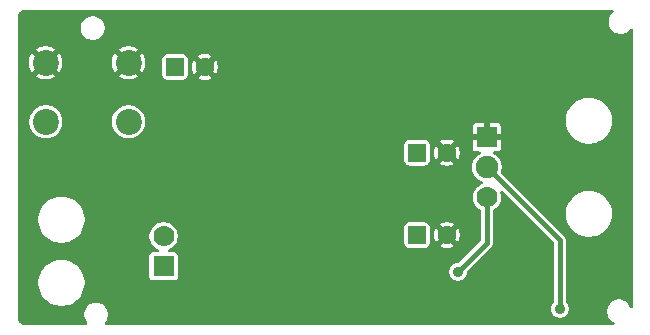
<source format=gbl>
%TF.GenerationSoftware,KiCad,Pcbnew,9.0.7-9.0.7~ubuntu24.04.1*%
%TF.CreationDate,2026-01-03T17:13:33-08:00*%
%TF.ProjectId,BeamBreak-v1,4265616d-4272-4656-916b-2d76312e6b69,1*%
%TF.SameCoordinates,Original*%
%TF.FileFunction,Copper,L2,Bot*%
%TF.FilePolarity,Positive*%
%FSLAX46Y46*%
G04 Gerber Fmt 4.6, Leading zero omitted, Abs format (unit mm)*
G04 Created by KiCad (PCBNEW 9.0.7-9.0.7~ubuntu24.04.1) date 2026-01-03 17:13:33*
%MOMM*%
%LPD*%
G01*
G04 APERTURE LIST*
G04 Aperture macros list*
%AMRoundRect*
0 Rectangle with rounded corners*
0 $1 Rounding radius*
0 $2 $3 $4 $5 $6 $7 $8 $9 X,Y pos of 4 corners*
0 Add a 4 corners polygon primitive as box body*
4,1,4,$2,$3,$4,$5,$6,$7,$8,$9,$2,$3,0*
0 Add four circle primitives for the rounded corners*
1,1,$1+$1,$2,$3*
1,1,$1+$1,$4,$5*
1,1,$1+$1,$6,$7*
1,1,$1+$1,$8,$9*
0 Add four rect primitives between the rounded corners*
20,1,$1+$1,$2,$3,$4,$5,0*
20,1,$1+$1,$4,$5,$6,$7,0*
20,1,$1+$1,$6,$7,$8,$9,0*
20,1,$1+$1,$8,$9,$2,$3,0*%
G04 Aperture macros list end*
%TA.AperFunction,ComponentPad*%
%ADD10RoundRect,0.250000X-0.550000X-0.550000X0.550000X-0.550000X0.550000X0.550000X-0.550000X0.550000X0*%
%TD*%
%TA.AperFunction,ComponentPad*%
%ADD11C,1.600000*%
%TD*%
%TA.AperFunction,ComponentPad*%
%ADD12C,2.200000*%
%TD*%
%TA.AperFunction,ComponentPad*%
%ADD13R,1.778000X1.778000*%
%TD*%
%TA.AperFunction,ComponentPad*%
%ADD14C,1.778000*%
%TD*%
%TA.AperFunction,ComponentPad*%
%ADD15C,1.905000*%
%TD*%
%TA.AperFunction,ViaPad*%
%ADD16C,0.889000*%
%TD*%
%TA.AperFunction,Conductor*%
%ADD17C,0.381000*%
%TD*%
G04 APERTURE END LIST*
D10*
%TO.P,C7,1*%
%TO.N,Net-(D3-K)*%
X197243379Y-115483400D03*
D11*
%TO.P,C7,2*%
%TO.N,GND*%
X199743379Y-115483400D03*
%TD*%
D12*
%TO.P,J1,1,Pin_1*%
%TO.N,GND*%
X172806000Y-100878000D03*
X165780600Y-100878000D03*
%TO.P,J1,2,Pin_2*%
%TO.N,/Power Supply/DCIN*%
X172806000Y-105878000D03*
X165806000Y-105878000D03*
%TD*%
D10*
%TO.P,C2,1*%
%TO.N,/Power Supply/DCDC_IN*%
X176744620Y-101244400D03*
D11*
%TO.P,C2,2*%
%TO.N,GND*%
X179244620Y-101244400D03*
%TD*%
D10*
%TO.P,C6,1*%
%TO.N,Net-(D3-K)*%
X197242420Y-108483400D03*
D11*
%TO.P,C6,2*%
%TO.N,GND*%
X199742420Y-108483400D03*
%TD*%
D13*
%TO.P,J3,1,Pin_1*%
%TO.N,/GND_RIO*%
X175773500Y-118110000D03*
D14*
%TO.P,J3,2,Pin_2*%
%TO.N,/DIO_RIO*%
X175773500Y-115570000D03*
%TD*%
D13*
%TO.P,J2,1,Pin_1*%
%TO.N,GND*%
X203149200Y-107188000D03*
D15*
%TO.P,J2,2,Pin_2*%
%TO.N,+12V*%
X203149200Y-109728000D03*
D14*
%TO.P,J2,3,Pin_3*%
%TO.N,/SIG*%
X203149200Y-112268000D03*
%TD*%
D16*
%TO.N,GND*%
X191922400Y-105664000D03*
X194894200Y-118897400D03*
X209804000Y-101473000D03*
X189433200Y-102183724D03*
X182118000Y-108610400D03*
X182118000Y-111353600D03*
X203581000Y-98145600D03*
X185521600Y-97078800D03*
X194081400Y-100076000D03*
%TO.N,+12V*%
X209321400Y-121717800D03*
%TO.N,/SIG*%
X200710800Y-118567200D03*
%TD*%
D17*
%TO.N,+12V*%
X209321400Y-121717800D02*
X209321400Y-115900200D01*
X209321400Y-115900200D02*
X203149200Y-109728000D01*
%TO.N,/SIG*%
X203149200Y-116128800D02*
X200710800Y-118567200D01*
X203149200Y-112268000D02*
X203149200Y-116128800D01*
%TD*%
%TA.AperFunction,Conductor*%
%TO.N,GND*%
G36*
X213860231Y-96413185D02*
G01*
X213905986Y-96465989D01*
X213915930Y-96535147D01*
X213886905Y-96598703D01*
X213862082Y-96620602D01*
X213811873Y-96654150D01*
X213811865Y-96654156D01*
X213671956Y-96794065D01*
X213671953Y-96794069D01*
X213562027Y-96958584D01*
X213562020Y-96958597D01*
X213486304Y-97141393D01*
X213486301Y-97141403D01*
X213447700Y-97335462D01*
X213447700Y-97335465D01*
X213447700Y-97533335D01*
X213447700Y-97533337D01*
X213447699Y-97533337D01*
X213486301Y-97727396D01*
X213486304Y-97727406D01*
X213562020Y-97910202D01*
X213562027Y-97910215D01*
X213671953Y-98074730D01*
X213671956Y-98074734D01*
X213811865Y-98214643D01*
X213811869Y-98214646D01*
X213976384Y-98324572D01*
X213976397Y-98324579D01*
X214159193Y-98400295D01*
X214159198Y-98400297D01*
X214159202Y-98400297D01*
X214159203Y-98400298D01*
X214353262Y-98438900D01*
X214353265Y-98438900D01*
X214551137Y-98438900D01*
X214681695Y-98412929D01*
X214745202Y-98400297D01*
X214928009Y-98324576D01*
X215092531Y-98214646D01*
X215232446Y-98074731D01*
X215242723Y-98059350D01*
X215265998Y-98024518D01*
X215319610Y-97979712D01*
X215388935Y-97971005D01*
X215451962Y-98001159D01*
X215488682Y-98060602D01*
X215493100Y-98093408D01*
X215493100Y-121491286D01*
X215473415Y-121558325D01*
X215420611Y-121604080D01*
X215351453Y-121614024D01*
X215287897Y-121584999D01*
X215254539Y-121538738D01*
X215215379Y-121444197D01*
X215215372Y-121444184D01*
X215105446Y-121279669D01*
X215105443Y-121279665D01*
X214965534Y-121139756D01*
X214965530Y-121139753D01*
X214801015Y-121029827D01*
X214801002Y-121029820D01*
X214618206Y-120954104D01*
X214618196Y-120954101D01*
X214424137Y-120915500D01*
X214424135Y-120915500D01*
X214226265Y-120915500D01*
X214226263Y-120915500D01*
X214032203Y-120954101D01*
X214032193Y-120954104D01*
X213849397Y-121029820D01*
X213849384Y-121029827D01*
X213684869Y-121139753D01*
X213684865Y-121139756D01*
X213544956Y-121279665D01*
X213544953Y-121279669D01*
X213435027Y-121444184D01*
X213435020Y-121444197D01*
X213359304Y-121626993D01*
X213359301Y-121627003D01*
X213320700Y-121821062D01*
X213320700Y-121821065D01*
X213320700Y-122018935D01*
X213320700Y-122018937D01*
X213320699Y-122018937D01*
X213359301Y-122212996D01*
X213359304Y-122213006D01*
X213435020Y-122395802D01*
X213435027Y-122395815D01*
X213544953Y-122560330D01*
X213544956Y-122560334D01*
X213684865Y-122700243D01*
X213684869Y-122700246D01*
X213849384Y-122810172D01*
X213849397Y-122810179D01*
X213882617Y-122823939D01*
X213937021Y-122867779D01*
X213959086Y-122934073D01*
X213941807Y-123001773D01*
X213890670Y-123049384D01*
X213835165Y-123062500D01*
X170909840Y-123062500D01*
X170842801Y-123042815D01*
X170797046Y-122990011D01*
X170787102Y-122920853D01*
X170816127Y-122857297D01*
X170822159Y-122850819D01*
X170833243Y-122839734D01*
X170833246Y-122839731D01*
X170943176Y-122675209D01*
X171018897Y-122492402D01*
X171056918Y-122301261D01*
X171057500Y-122298337D01*
X171057500Y-122100462D01*
X171018898Y-121906403D01*
X171018897Y-121906402D01*
X171018897Y-121906398D01*
X170983550Y-121821062D01*
X170943179Y-121723597D01*
X170943172Y-121723584D01*
X170833246Y-121559069D01*
X170833243Y-121559065D01*
X170693334Y-121419156D01*
X170693330Y-121419153D01*
X170528815Y-121309227D01*
X170528802Y-121309220D01*
X170346006Y-121233504D01*
X170345996Y-121233501D01*
X170151937Y-121194900D01*
X170151935Y-121194900D01*
X169954065Y-121194900D01*
X169954063Y-121194900D01*
X169760003Y-121233501D01*
X169759993Y-121233504D01*
X169577197Y-121309220D01*
X169577184Y-121309227D01*
X169412669Y-121419153D01*
X169412665Y-121419156D01*
X169272756Y-121559065D01*
X169272753Y-121559069D01*
X169162827Y-121723584D01*
X169162820Y-121723597D01*
X169087104Y-121906393D01*
X169087101Y-121906403D01*
X169048500Y-122100462D01*
X169048500Y-122100465D01*
X169048500Y-122298335D01*
X169048500Y-122298337D01*
X169048499Y-122298337D01*
X169087101Y-122492396D01*
X169087104Y-122492406D01*
X169162820Y-122675202D01*
X169162827Y-122675215D01*
X169272753Y-122839730D01*
X169272756Y-122839734D01*
X169283841Y-122850819D01*
X169317326Y-122912142D01*
X169312342Y-122981834D01*
X169270470Y-123037767D01*
X169205006Y-123062184D01*
X169196160Y-123062500D01*
X164065560Y-123062500D01*
X164051678Y-123061720D01*
X164004931Y-123056453D01*
X163931293Y-123048156D01*
X163904227Y-123041979D01*
X163796482Y-123004277D01*
X163771473Y-122992233D01*
X163674824Y-122931504D01*
X163653115Y-122914191D01*
X163572408Y-122833484D01*
X163555095Y-122811775D01*
X163554092Y-122810179D01*
X163494364Y-122715123D01*
X163482323Y-122690121D01*
X163444618Y-122582365D01*
X163438444Y-122555309D01*
X163424880Y-122434922D01*
X163424100Y-122421039D01*
X163424100Y-119381901D01*
X165179000Y-119381901D01*
X165179000Y-119638098D01*
X165179001Y-119638114D01*
X165212441Y-119892120D01*
X165278753Y-120139600D01*
X165376795Y-120376296D01*
X165376802Y-120376311D01*
X165504904Y-120598191D01*
X165660874Y-120801455D01*
X165660880Y-120801462D01*
X165842037Y-120982619D01*
X165842044Y-120982625D01*
X166045308Y-121138595D01*
X166267188Y-121266697D01*
X166267203Y-121266704D01*
X166389610Y-121317406D01*
X166503898Y-121364746D01*
X166751378Y-121431058D01*
X167005395Y-121464500D01*
X167005402Y-121464500D01*
X167261598Y-121464500D01*
X167261605Y-121464500D01*
X167515622Y-121431058D01*
X167763102Y-121364746D01*
X167999808Y-121266699D01*
X168221692Y-121138595D01*
X168424957Y-120982624D01*
X168606124Y-120801457D01*
X168762095Y-120598192D01*
X168890199Y-120376308D01*
X168988246Y-120139602D01*
X169054558Y-119892122D01*
X169088000Y-119638105D01*
X169088000Y-119381895D01*
X169054558Y-119127878D01*
X168988246Y-118880398D01*
X168890199Y-118643692D01*
X168888675Y-118641053D01*
X168762095Y-118421808D01*
X168606125Y-118218544D01*
X168606119Y-118218537D01*
X168424962Y-118037380D01*
X168424955Y-118037374D01*
X168221691Y-117881404D01*
X167999811Y-117753302D01*
X167999796Y-117753295D01*
X167763100Y-117655253D01*
X167515620Y-117588941D01*
X167261614Y-117555501D01*
X167261611Y-117555500D01*
X167261605Y-117555500D01*
X167005395Y-117555500D01*
X167005389Y-117555500D01*
X167005385Y-117555501D01*
X166751379Y-117588941D01*
X166503899Y-117655253D01*
X166267203Y-117753295D01*
X166267188Y-117753302D01*
X166045308Y-117881404D01*
X165842044Y-118037374D01*
X165842037Y-118037380D01*
X165660880Y-118218537D01*
X165660874Y-118218544D01*
X165504904Y-118421808D01*
X165376802Y-118643688D01*
X165376795Y-118643703D01*
X165278753Y-118880399D01*
X165212441Y-119127879D01*
X165179001Y-119381885D01*
X165179000Y-119381901D01*
X163424100Y-119381901D01*
X163424100Y-114041901D01*
X165179000Y-114041901D01*
X165179000Y-114298098D01*
X165179001Y-114298114D01*
X165212441Y-114552120D01*
X165278753Y-114799600D01*
X165376795Y-115036296D01*
X165376802Y-115036311D01*
X165504904Y-115258191D01*
X165660874Y-115461455D01*
X165660880Y-115461462D01*
X165842037Y-115642619D01*
X165842044Y-115642625D01*
X166045308Y-115798595D01*
X166267188Y-115926697D01*
X166267203Y-115926704D01*
X166297152Y-115939109D01*
X166503898Y-116024746D01*
X166751378Y-116091058D01*
X167005395Y-116124500D01*
X167005402Y-116124500D01*
X167261598Y-116124500D01*
X167261605Y-116124500D01*
X167515622Y-116091058D01*
X167763102Y-116024746D01*
X167999808Y-115926699D01*
X168221692Y-115798595D01*
X168424957Y-115642624D01*
X168591574Y-115476007D01*
X174579200Y-115476007D01*
X174579200Y-115663992D01*
X174608608Y-115849667D01*
X174608608Y-115849670D01*
X174666697Y-116028449D01*
X174718731Y-116130572D01*
X174752043Y-116195950D01*
X174862539Y-116348034D01*
X174995466Y-116480961D01*
X175147550Y-116591457D01*
X175228166Y-116632533D01*
X175315045Y-116676800D01*
X175315857Y-116677136D01*
X175316118Y-116677346D01*
X175319389Y-116679013D01*
X175319038Y-116679699D01*
X175370263Y-116720974D01*
X175392332Y-116787267D01*
X175375057Y-116854967D01*
X175323922Y-116902581D01*
X175268411Y-116915700D01*
X174838928Y-116915700D01*
X174838905Y-116915702D01*
X174813393Y-116918661D01*
X174813390Y-116918662D01*
X174708975Y-116964765D01*
X174628266Y-117045474D01*
X174582162Y-117149888D01*
X174582162Y-117149890D01*
X174579200Y-117175419D01*
X174579200Y-119044571D01*
X174579202Y-119044594D01*
X174582161Y-119070106D01*
X174582162Y-119070109D01*
X174628265Y-119174524D01*
X174628266Y-119174525D01*
X174708975Y-119255234D01*
X174813391Y-119301338D01*
X174838921Y-119304300D01*
X176708078Y-119304299D01*
X176733609Y-119301338D01*
X176838025Y-119255234D01*
X176918734Y-119174525D01*
X176964838Y-119070109D01*
X176967800Y-119044579D01*
X176967799Y-118493346D01*
X199961000Y-118493346D01*
X199961000Y-118641053D01*
X199989812Y-118785901D01*
X199989814Y-118785909D01*
X200046334Y-118922360D01*
X200046339Y-118922370D01*
X200128391Y-119045169D01*
X200128394Y-119045173D01*
X200232826Y-119149605D01*
X200232830Y-119149608D01*
X200355629Y-119231660D01*
X200355633Y-119231662D01*
X200355636Y-119231664D01*
X200492091Y-119288186D01*
X200636946Y-119316999D01*
X200636950Y-119317000D01*
X200636951Y-119317000D01*
X200784650Y-119317000D01*
X200784651Y-119316999D01*
X200929509Y-119288186D01*
X201065964Y-119231664D01*
X201188770Y-119149608D01*
X201293208Y-119045170D01*
X201375264Y-118922364D01*
X201431786Y-118785909D01*
X201460600Y-118641049D01*
X201460600Y-118569929D01*
X201480285Y-118502890D01*
X201496919Y-118482248D01*
X203545935Y-116433232D01*
X203545938Y-116433229D01*
X203567433Y-116396000D01*
X203611212Y-116320172D01*
X203617437Y-116296939D01*
X203645000Y-116194074D01*
X203645000Y-116063527D01*
X203645000Y-113431758D01*
X203664685Y-113364719D01*
X203712704Y-113321274D01*
X203775150Y-113289457D01*
X203927234Y-113178961D01*
X204060161Y-113046034D01*
X204170657Y-112893950D01*
X204256001Y-112726452D01*
X204265449Y-112697374D01*
X204314091Y-112547670D01*
X204314091Y-112547669D01*
X204314092Y-112547666D01*
X204343500Y-112361993D01*
X204343500Y-112174007D01*
X204314092Y-111988334D01*
X204314091Y-111988330D01*
X204314091Y-111988329D01*
X204283933Y-111895512D01*
X204281938Y-111825671D01*
X204318018Y-111765838D01*
X204380719Y-111735010D01*
X204450134Y-111742975D01*
X204489545Y-111769513D01*
X208789281Y-116069249D01*
X208822766Y-116130572D01*
X208825600Y-116156930D01*
X208825600Y-121101859D01*
X208805915Y-121168898D01*
X208789281Y-121189540D01*
X208738994Y-121239826D01*
X208738991Y-121239830D01*
X208656939Y-121362629D01*
X208656934Y-121362639D01*
X208600414Y-121499090D01*
X208600412Y-121499098D01*
X208571600Y-121643946D01*
X208571600Y-121791653D01*
X208600412Y-121936501D01*
X208600414Y-121936509D01*
X208656934Y-122072960D01*
X208656939Y-122072970D01*
X208738991Y-122195769D01*
X208738994Y-122195773D01*
X208843426Y-122300205D01*
X208843430Y-122300208D01*
X208966229Y-122382260D01*
X208966233Y-122382262D01*
X208966236Y-122382264D01*
X209102691Y-122438786D01*
X209247546Y-122467599D01*
X209247550Y-122467600D01*
X209247551Y-122467600D01*
X209395250Y-122467600D01*
X209395251Y-122467599D01*
X209540109Y-122438786D01*
X209676564Y-122382264D01*
X209799370Y-122300208D01*
X209903808Y-122195770D01*
X209985864Y-122072964D01*
X210042386Y-121936509D01*
X210071200Y-121791649D01*
X210071200Y-121643951D01*
X210042386Y-121499091D01*
X209985864Y-121362636D01*
X209985862Y-121362633D01*
X209985860Y-121362629D01*
X209903808Y-121239830D01*
X209903805Y-121239826D01*
X209853519Y-121189540D01*
X209820034Y-121128217D01*
X209817200Y-121101859D01*
X209817200Y-115834927D01*
X209812526Y-115817485D01*
X209800306Y-115771877D01*
X209783412Y-115708828D01*
X209739633Y-115633000D01*
X209718139Y-115595771D01*
X207662269Y-113539901D01*
X209834700Y-113539901D01*
X209834700Y-113796098D01*
X209834701Y-113796114D01*
X209868141Y-114050120D01*
X209934453Y-114297600D01*
X210032495Y-114534296D01*
X210032502Y-114534311D01*
X210160604Y-114756191D01*
X210316574Y-114959455D01*
X210316580Y-114959462D01*
X210497737Y-115140619D01*
X210497744Y-115140625D01*
X210701008Y-115296595D01*
X210922888Y-115424697D01*
X210922903Y-115424704D01*
X211045310Y-115475406D01*
X211159598Y-115522746D01*
X211407078Y-115589058D01*
X211661095Y-115622500D01*
X211661102Y-115622500D01*
X211917298Y-115622500D01*
X211917305Y-115622500D01*
X212171322Y-115589058D01*
X212418802Y-115522746D01*
X212655508Y-115424699D01*
X212877392Y-115296595D01*
X213080657Y-115140624D01*
X213261824Y-114959457D01*
X213417795Y-114756192D01*
X213545899Y-114534308D01*
X213643946Y-114297602D01*
X213710258Y-114050122D01*
X213743700Y-113796105D01*
X213743700Y-113539895D01*
X213710258Y-113285878D01*
X213643946Y-113038398D01*
X213545899Y-112801692D01*
X213502459Y-112726452D01*
X213417795Y-112579808D01*
X213261825Y-112376544D01*
X213261819Y-112376537D01*
X213080662Y-112195380D01*
X213080655Y-112195374D01*
X212877391Y-112039404D01*
X212655511Y-111911302D01*
X212655496Y-111911295D01*
X212418800Y-111813253D01*
X212171320Y-111746941D01*
X211917314Y-111713501D01*
X211917311Y-111713500D01*
X211917305Y-111713500D01*
X211661095Y-111713500D01*
X211661089Y-111713500D01*
X211661085Y-111713501D01*
X211407079Y-111746941D01*
X211159599Y-111813253D01*
X210922903Y-111911295D01*
X210922888Y-111911302D01*
X210701008Y-112039404D01*
X210497744Y-112195374D01*
X210497737Y-112195380D01*
X210316580Y-112376537D01*
X210316574Y-112376544D01*
X210160604Y-112579808D01*
X210032502Y-112801688D01*
X210032495Y-112801703D01*
X209934453Y-113038399D01*
X209868141Y-113285879D01*
X209834701Y-113539885D01*
X209834700Y-113539901D01*
X207662269Y-113539901D01*
X204373079Y-110250711D01*
X204339594Y-110189388D01*
X204342829Y-110124712D01*
X204376028Y-110022535D01*
X204407000Y-109826989D01*
X204407000Y-109629010D01*
X204407000Y-109629009D01*
X204376028Y-109433465D01*
X204335301Y-109308119D01*
X204314850Y-109245175D01*
X204314848Y-109245172D01*
X204229098Y-109076876D01*
X204224967Y-109068769D01*
X204108596Y-108908599D01*
X203968601Y-108768604D01*
X203808431Y-108652233D01*
X203737877Y-108616284D01*
X203687081Y-108568309D01*
X203670286Y-108500488D01*
X203692823Y-108434353D01*
X203747539Y-108390902D01*
X203794172Y-108381799D01*
X204083704Y-108381799D01*
X204083713Y-108381798D01*
X204109193Y-108378843D01*
X204213438Y-108332814D01*
X204294014Y-108252238D01*
X204340043Y-108147995D01*
X204342999Y-108122516D01*
X204343000Y-108122510D01*
X204343000Y-107438000D01*
X203620780Y-107438000D01*
X203646250Y-107393885D01*
X203682600Y-107258223D01*
X203682600Y-107117777D01*
X203646250Y-106982115D01*
X203620780Y-106938000D01*
X204342999Y-106938000D01*
X204342999Y-106253495D01*
X204342998Y-106253486D01*
X204340043Y-106228006D01*
X204294014Y-106123761D01*
X204213438Y-106043185D01*
X204109194Y-105997156D01*
X204109196Y-105997156D01*
X204083716Y-105994200D01*
X203399200Y-105994200D01*
X203399200Y-106716420D01*
X203355085Y-106690950D01*
X203219423Y-106654600D01*
X203078977Y-106654600D01*
X202943315Y-106690950D01*
X202899200Y-106716420D01*
X202899200Y-105994200D01*
X202214695Y-105994200D01*
X202214686Y-105994201D01*
X202189206Y-105997156D01*
X202084961Y-106043185D01*
X202004385Y-106123761D01*
X201958356Y-106228004D01*
X201955400Y-106253483D01*
X201955400Y-106938000D01*
X202677620Y-106938000D01*
X202652150Y-106982115D01*
X202615800Y-107117777D01*
X202615800Y-107258223D01*
X202652150Y-107393885D01*
X202677620Y-107438000D01*
X201955401Y-107438000D01*
X201955401Y-108122513D01*
X201958356Y-108147993D01*
X202004385Y-108252238D01*
X202084961Y-108332814D01*
X202189205Y-108378843D01*
X202189203Y-108378843D01*
X202214686Y-108381799D01*
X202504226Y-108381799D01*
X202571265Y-108401483D01*
X202617020Y-108454287D01*
X202626964Y-108523446D01*
X202597939Y-108587001D01*
X202560522Y-108616283D01*
X202489971Y-108652231D01*
X202409884Y-108710418D01*
X202329799Y-108768604D01*
X202329797Y-108768606D01*
X202329796Y-108768606D01*
X202189806Y-108908596D01*
X202189806Y-108908597D01*
X202189804Y-108908599D01*
X202139827Y-108977385D01*
X202073433Y-109068768D01*
X201983551Y-109245172D01*
X201983549Y-109245175D01*
X201922372Y-109433463D01*
X201901724Y-109563827D01*
X201897785Y-109588700D01*
X201891400Y-109629010D01*
X201891400Y-109826989D01*
X201922372Y-110022536D01*
X201983549Y-110210824D01*
X201983551Y-110210827D01*
X202073433Y-110387231D01*
X202189804Y-110547401D01*
X202329799Y-110687396D01*
X202489969Y-110803767D01*
X202666373Y-110893649D01*
X202666375Y-110893649D01*
X202666378Y-110893651D01*
X202727321Y-110913452D01*
X202784997Y-110952888D01*
X202812196Y-111017247D01*
X202800282Y-111086093D01*
X202753039Y-111137569D01*
X202727324Y-111149313D01*
X202690753Y-111161196D01*
X202523249Y-111246543D01*
X202436479Y-111309585D01*
X202371166Y-111357039D01*
X202371164Y-111357041D01*
X202371163Y-111357041D01*
X202238241Y-111489963D01*
X202238241Y-111489964D01*
X202238239Y-111489966D01*
X202190785Y-111555279D01*
X202127743Y-111642049D01*
X202042397Y-111809550D01*
X201984308Y-111988329D01*
X201984308Y-111988332D01*
X201984308Y-111988334D01*
X201954900Y-112174007D01*
X201954900Y-112361993D01*
X201963027Y-112413302D01*
X201984308Y-112547667D01*
X201984308Y-112547670D01*
X202042397Y-112726449D01*
X202042399Y-112726452D01*
X202127743Y-112893950D01*
X202238239Y-113046034D01*
X202371166Y-113178961D01*
X202457022Y-113241340D01*
X202523245Y-113289454D01*
X202523247Y-113289455D01*
X202523250Y-113289457D01*
X202585695Y-113321273D01*
X202636490Y-113369247D01*
X202653400Y-113431758D01*
X202653400Y-115872070D01*
X202633715Y-115939109D01*
X202617081Y-115959751D01*
X200795751Y-117781081D01*
X200734428Y-117814566D01*
X200708070Y-117817400D01*
X200636946Y-117817400D01*
X200492098Y-117846212D01*
X200492090Y-117846214D01*
X200355639Y-117902734D01*
X200355629Y-117902739D01*
X200232830Y-117984791D01*
X200232826Y-117984794D01*
X200128394Y-118089226D01*
X200128391Y-118089230D01*
X200046339Y-118212029D01*
X200046334Y-118212039D01*
X199989814Y-118348490D01*
X199989812Y-118348498D01*
X199961000Y-118493346D01*
X176967799Y-118493346D01*
X176967799Y-118089230D01*
X176967799Y-117175428D01*
X176967799Y-117175422D01*
X176964838Y-117149891D01*
X176918734Y-117045475D01*
X176838025Y-116964766D01*
X176838023Y-116964765D01*
X176733610Y-116918662D01*
X176708080Y-116915700D01*
X176278589Y-116915700D01*
X176211550Y-116896015D01*
X176165795Y-116843211D01*
X176155851Y-116774053D01*
X176184876Y-116710497D01*
X176227860Y-116679502D01*
X176227611Y-116679013D01*
X176230777Y-116677399D01*
X176231143Y-116677136D01*
X176231954Y-116676800D01*
X176235084Y-116675205D01*
X176399450Y-116591457D01*
X176551534Y-116480961D01*
X176684461Y-116348034D01*
X176794957Y-116195950D01*
X176880301Y-116028452D01*
X176938392Y-115849666D01*
X176967800Y-115663993D01*
X176967800Y-115476007D01*
X176938392Y-115290334D01*
X176938391Y-115290330D01*
X176938391Y-115290329D01*
X176880302Y-115111550D01*
X176794957Y-114944050D01*
X176794956Y-114944049D01*
X176755632Y-114889924D01*
X196138079Y-114889924D01*
X196138079Y-116076876D01*
X196141525Y-116105568D01*
X196148794Y-116166109D01*
X196148795Y-116166111D01*
X196200387Y-116296940D01*
X196204796Y-116308119D01*
X196297030Y-116429748D01*
X196364561Y-116480958D01*
X196418662Y-116521984D01*
X196560668Y-116577984D01*
X196649903Y-116588700D01*
X196649909Y-116588700D01*
X197836849Y-116588700D01*
X197836855Y-116588700D01*
X197926090Y-116577984D01*
X198068096Y-116521984D01*
X198189727Y-116429748D01*
X198281963Y-116308117D01*
X198337963Y-116166111D01*
X198348679Y-116076876D01*
X198348679Y-115396450D01*
X198638579Y-115396450D01*
X198638579Y-115570349D01*
X198665782Y-115742104D01*
X198719522Y-115907500D01*
X198798469Y-116062439D01*
X198798469Y-116062440D01*
X198803652Y-116069572D01*
X199343379Y-115529845D01*
X199343379Y-115536061D01*
X199370638Y-115637794D01*
X199423299Y-115729006D01*
X199497773Y-115803480D01*
X199588985Y-115856141D01*
X199690718Y-115883400D01*
X199696932Y-115883400D01*
X199157205Y-116423125D01*
X199164337Y-116428308D01*
X199319278Y-116507256D01*
X199484674Y-116560996D01*
X199484673Y-116560996D01*
X199656430Y-116588200D01*
X199830328Y-116588200D01*
X200002083Y-116560996D01*
X200167479Y-116507256D01*
X200322424Y-116428306D01*
X200329552Y-116423126D01*
X200329552Y-116423125D01*
X199789827Y-115883400D01*
X199796040Y-115883400D01*
X199897773Y-115856141D01*
X199988985Y-115803480D01*
X200063459Y-115729006D01*
X200116120Y-115637794D01*
X200143379Y-115536061D01*
X200143379Y-115529847D01*
X200683104Y-116069573D01*
X200683105Y-116069573D01*
X200688285Y-116062445D01*
X200767235Y-115907500D01*
X200820975Y-115742104D01*
X200848179Y-115570349D01*
X200848179Y-115396450D01*
X200820975Y-115224695D01*
X200767235Y-115059299D01*
X200688287Y-114904358D01*
X200683104Y-114897226D01*
X200143379Y-115436951D01*
X200143379Y-115430739D01*
X200116120Y-115329006D01*
X200063459Y-115237794D01*
X199988985Y-115163320D01*
X199897773Y-115110659D01*
X199796040Y-115083400D01*
X199789826Y-115083400D01*
X200329552Y-114543673D01*
X200322418Y-114538490D01*
X200167479Y-114459543D01*
X200002083Y-114405803D01*
X200002084Y-114405803D01*
X199830328Y-114378600D01*
X199656430Y-114378600D01*
X199484674Y-114405803D01*
X199319278Y-114459543D01*
X199164338Y-114538490D01*
X199164328Y-114538497D01*
X199157205Y-114543671D01*
X199157205Y-114543674D01*
X199696933Y-115083400D01*
X199690718Y-115083400D01*
X199588985Y-115110659D01*
X199497773Y-115163320D01*
X199423299Y-115237794D01*
X199370638Y-115329006D01*
X199343379Y-115430739D01*
X199343379Y-115436952D01*
X198803653Y-114897226D01*
X198803650Y-114897226D01*
X198798476Y-114904349D01*
X198798469Y-114904359D01*
X198719522Y-115059299D01*
X198665782Y-115224695D01*
X198638579Y-115396450D01*
X198348679Y-115396450D01*
X198348679Y-114889924D01*
X198337963Y-114800689D01*
X198281963Y-114658683D01*
X198281961Y-114658680D01*
X198189727Y-114537051D01*
X198068098Y-114444817D01*
X198068096Y-114444816D01*
X197967404Y-114405108D01*
X197926088Y-114388815D01*
X197880283Y-114383315D01*
X197836855Y-114378100D01*
X196649903Y-114378100D01*
X196609732Y-114382923D01*
X196560669Y-114388815D01*
X196418659Y-114444817D01*
X196297030Y-114537051D01*
X196204796Y-114658680D01*
X196148794Y-114800690D01*
X196142902Y-114849753D01*
X196138079Y-114889924D01*
X176755632Y-114889924D01*
X176684461Y-114791966D01*
X176551534Y-114659039D01*
X176399450Y-114548543D01*
X176371489Y-114534296D01*
X176231949Y-114463197D01*
X176053169Y-114405108D01*
X175913911Y-114383052D01*
X175867493Y-114375700D01*
X175679507Y-114375700D01*
X175617616Y-114385502D01*
X175493832Y-114405108D01*
X175493829Y-114405108D01*
X175315050Y-114463197D01*
X175147549Y-114548543D01*
X175060779Y-114611585D01*
X174995466Y-114659039D01*
X174995464Y-114659041D01*
X174995463Y-114659041D01*
X174862541Y-114791963D01*
X174862541Y-114791964D01*
X174862539Y-114791966D01*
X174856201Y-114800690D01*
X174752043Y-114944049D01*
X174666697Y-115111550D01*
X174608608Y-115290329D01*
X174608608Y-115290332D01*
X174579200Y-115476007D01*
X168591574Y-115476007D01*
X168606124Y-115461457D01*
X168762095Y-115258192D01*
X168890199Y-115036308D01*
X168988246Y-114799602D01*
X169054558Y-114552122D01*
X169088000Y-114298105D01*
X169088000Y-114041895D01*
X169054558Y-113787878D01*
X168988246Y-113540398D01*
X168911771Y-113355771D01*
X168890204Y-113303703D01*
X168890197Y-113303688D01*
X168762095Y-113081808D01*
X168606125Y-112878544D01*
X168606119Y-112878537D01*
X168424962Y-112697380D01*
X168424955Y-112697374D01*
X168221691Y-112541404D01*
X167999811Y-112413302D01*
X167999796Y-112413295D01*
X167763100Y-112315253D01*
X167515620Y-112248941D01*
X167261614Y-112215501D01*
X167261611Y-112215500D01*
X167261605Y-112215500D01*
X167005395Y-112215500D01*
X167005389Y-112215500D01*
X167005385Y-112215501D01*
X166751379Y-112248941D01*
X166503899Y-112315253D01*
X166267203Y-112413295D01*
X166267188Y-112413302D01*
X166045308Y-112541404D01*
X165842044Y-112697374D01*
X165842037Y-112697380D01*
X165660880Y-112878537D01*
X165660874Y-112878544D01*
X165504904Y-113081808D01*
X165376802Y-113303688D01*
X165376795Y-113303703D01*
X165278753Y-113540399D01*
X165212441Y-113787879D01*
X165179001Y-114041885D01*
X165179000Y-114041901D01*
X163424100Y-114041901D01*
X163424100Y-107889924D01*
X196137120Y-107889924D01*
X196137120Y-109076876D01*
X196142747Y-109123741D01*
X196147835Y-109166109D01*
X196203837Y-109308119D01*
X196296071Y-109429748D01*
X196398281Y-109507256D01*
X196417703Y-109521984D01*
X196559709Y-109577984D01*
X196648944Y-109588700D01*
X196648950Y-109588700D01*
X197835890Y-109588700D01*
X197835896Y-109588700D01*
X197925131Y-109577984D01*
X198067137Y-109521984D01*
X198188768Y-109429748D01*
X198281004Y-109308117D01*
X198337004Y-109166111D01*
X198347720Y-109076876D01*
X198347720Y-108396450D01*
X198637620Y-108396450D01*
X198637620Y-108570349D01*
X198664823Y-108742104D01*
X198718563Y-108907500D01*
X198797510Y-109062439D01*
X198797510Y-109062440D01*
X198802693Y-109069572D01*
X199342420Y-108529845D01*
X199342420Y-108536061D01*
X199369679Y-108637794D01*
X199422340Y-108729006D01*
X199496814Y-108803480D01*
X199588026Y-108856141D01*
X199689759Y-108883400D01*
X199695973Y-108883400D01*
X199156246Y-109423125D01*
X199163378Y-109428308D01*
X199318319Y-109507256D01*
X199483715Y-109560996D01*
X199483714Y-109560996D01*
X199655471Y-109588200D01*
X199829369Y-109588200D01*
X200001124Y-109560996D01*
X200166520Y-109507256D01*
X200321465Y-109428306D01*
X200328593Y-109423126D01*
X200328593Y-109423125D01*
X199788868Y-108883400D01*
X199795081Y-108883400D01*
X199896814Y-108856141D01*
X199988026Y-108803480D01*
X200062500Y-108729006D01*
X200115161Y-108637794D01*
X200142420Y-108536061D01*
X200142420Y-108529848D01*
X200682145Y-109069573D01*
X200682146Y-109069573D01*
X200687326Y-109062445D01*
X200766276Y-108907500D01*
X200820016Y-108742104D01*
X200847220Y-108570349D01*
X200847220Y-108396450D01*
X200820016Y-108224695D01*
X200766276Y-108059299D01*
X200687328Y-107904358D01*
X200682145Y-107897226D01*
X200142420Y-108436951D01*
X200142420Y-108430739D01*
X200115161Y-108329006D01*
X200062500Y-108237794D01*
X199988026Y-108163320D01*
X199896814Y-108110659D01*
X199795081Y-108083400D01*
X199788867Y-108083400D01*
X200328593Y-107543673D01*
X200321459Y-107538490D01*
X200166520Y-107459543D01*
X200001124Y-107405803D01*
X200001125Y-107405803D01*
X199829369Y-107378600D01*
X199655471Y-107378600D01*
X199483715Y-107405803D01*
X199318319Y-107459543D01*
X199163379Y-107538490D01*
X199163369Y-107538497D01*
X199156246Y-107543671D01*
X199156246Y-107543674D01*
X199695974Y-108083400D01*
X199689759Y-108083400D01*
X199588026Y-108110659D01*
X199496814Y-108163320D01*
X199422340Y-108237794D01*
X199369679Y-108329006D01*
X199342420Y-108430739D01*
X199342420Y-108436952D01*
X198802694Y-107897226D01*
X198802691Y-107897226D01*
X198797517Y-107904349D01*
X198797510Y-107904359D01*
X198718563Y-108059299D01*
X198664823Y-108224695D01*
X198637620Y-108396450D01*
X198347720Y-108396450D01*
X198347720Y-107889924D01*
X198337004Y-107800689D01*
X198281004Y-107658683D01*
X198268919Y-107642746D01*
X198188768Y-107537051D01*
X198067139Y-107444817D01*
X198067137Y-107444816D01*
X197968207Y-107405803D01*
X197925129Y-107388815D01*
X197879324Y-107383315D01*
X197835896Y-107378100D01*
X196648944Y-107378100D01*
X196608773Y-107382923D01*
X196559710Y-107388815D01*
X196417700Y-107444817D01*
X196296071Y-107537051D01*
X196203837Y-107658680D01*
X196147835Y-107800690D01*
X196141943Y-107849753D01*
X196137120Y-107889924D01*
X163424100Y-107889924D01*
X163424100Y-105767401D01*
X164400700Y-105767401D01*
X164400700Y-105988598D01*
X164435304Y-106207076D01*
X164435304Y-106207079D01*
X164503656Y-106417445D01*
X164503658Y-106417448D01*
X164604080Y-106614537D01*
X164734098Y-106793491D01*
X164890509Y-106949902D01*
X165069463Y-107079920D01*
X165266552Y-107180342D01*
X165266554Y-107180343D01*
X165462775Y-107244098D01*
X165476925Y-107248696D01*
X165695401Y-107283300D01*
X165695402Y-107283300D01*
X165916598Y-107283300D01*
X165916599Y-107283300D01*
X166135075Y-107248696D01*
X166135078Y-107248695D01*
X166135079Y-107248695D01*
X166345445Y-107180343D01*
X166345445Y-107180342D01*
X166345448Y-107180342D01*
X166542537Y-107079920D01*
X166721491Y-106949902D01*
X166877902Y-106793491D01*
X167007920Y-106614537D01*
X167108342Y-106417448D01*
X167108343Y-106417445D01*
X167176695Y-106207079D01*
X167176695Y-106207077D01*
X167176696Y-106207075D01*
X167211300Y-105988599D01*
X167211300Y-105767401D01*
X171400700Y-105767401D01*
X171400700Y-105988598D01*
X171435304Y-106207076D01*
X171435304Y-106207079D01*
X171503656Y-106417445D01*
X171503658Y-106417448D01*
X171604080Y-106614537D01*
X171734098Y-106793491D01*
X171890509Y-106949902D01*
X172069463Y-107079920D01*
X172266552Y-107180342D01*
X172266554Y-107180343D01*
X172462775Y-107244098D01*
X172476925Y-107248696D01*
X172695401Y-107283300D01*
X172695402Y-107283300D01*
X172916598Y-107283300D01*
X172916599Y-107283300D01*
X173135075Y-107248696D01*
X173135078Y-107248695D01*
X173135079Y-107248695D01*
X173345445Y-107180343D01*
X173345445Y-107180342D01*
X173345448Y-107180342D01*
X173542537Y-107079920D01*
X173721491Y-106949902D01*
X173877902Y-106793491D01*
X174007920Y-106614537D01*
X174108342Y-106417448D01*
X174108343Y-106417445D01*
X174175230Y-106211588D01*
X174175230Y-106211587D01*
X174175231Y-106211585D01*
X174175993Y-106209236D01*
X174176696Y-106207075D01*
X174211300Y-105988599D01*
X174211300Y-105767401D01*
X174194273Y-105659901D01*
X209834700Y-105659901D01*
X209834700Y-105916098D01*
X209834701Y-105916114D01*
X209868141Y-106170120D01*
X209934453Y-106417600D01*
X210032495Y-106654296D01*
X210032502Y-106654311D01*
X210160604Y-106876191D01*
X210316574Y-107079455D01*
X210316580Y-107079462D01*
X210497737Y-107260619D01*
X210497744Y-107260625D01*
X210701008Y-107416595D01*
X210922888Y-107544697D01*
X210922903Y-107544704D01*
X211045310Y-107595406D01*
X211159598Y-107642746D01*
X211407078Y-107709058D01*
X211661095Y-107742500D01*
X211661102Y-107742500D01*
X211917298Y-107742500D01*
X211917305Y-107742500D01*
X212171322Y-107709058D01*
X212418802Y-107642746D01*
X212655508Y-107544699D01*
X212877392Y-107416595D01*
X213080657Y-107260624D01*
X213261824Y-107079457D01*
X213417795Y-106876192D01*
X213545899Y-106654308D01*
X213643946Y-106417602D01*
X213710258Y-106170122D01*
X213743700Y-105916105D01*
X213743700Y-105659895D01*
X213710258Y-105405878D01*
X213643946Y-105158398D01*
X213545899Y-104921692D01*
X213417795Y-104699808D01*
X213261824Y-104496543D01*
X213261819Y-104496537D01*
X213080662Y-104315380D01*
X213080655Y-104315374D01*
X212877391Y-104159404D01*
X212655511Y-104031302D01*
X212655496Y-104031295D01*
X212418800Y-103933253D01*
X212171320Y-103866941D01*
X211917314Y-103833501D01*
X211917311Y-103833500D01*
X211917305Y-103833500D01*
X211661095Y-103833500D01*
X211661089Y-103833500D01*
X211661085Y-103833501D01*
X211407079Y-103866941D01*
X211159599Y-103933253D01*
X210922903Y-104031295D01*
X210922888Y-104031302D01*
X210701008Y-104159404D01*
X210497744Y-104315374D01*
X210497737Y-104315380D01*
X210316580Y-104496537D01*
X210316574Y-104496544D01*
X210160604Y-104699808D01*
X210032502Y-104921688D01*
X210032495Y-104921703D01*
X209934453Y-105158399D01*
X209868141Y-105405879D01*
X209834701Y-105659885D01*
X209834700Y-105659901D01*
X174194273Y-105659901D01*
X174176696Y-105548925D01*
X174176695Y-105548921D01*
X174176695Y-105548920D01*
X174108343Y-105338554D01*
X174016549Y-105158399D01*
X174007920Y-105141463D01*
X173877902Y-104962509D01*
X173721491Y-104806098D01*
X173542537Y-104676080D01*
X173345445Y-104575656D01*
X173135077Y-104507304D01*
X172989424Y-104484234D01*
X172916599Y-104472700D01*
X172695401Y-104472700D01*
X172622575Y-104484234D01*
X172476923Y-104507304D01*
X172476920Y-104507304D01*
X172266554Y-104575656D01*
X172069462Y-104676080D01*
X172036804Y-104699808D01*
X171890509Y-104806098D01*
X171890507Y-104806100D01*
X171890506Y-104806100D01*
X171734100Y-104962506D01*
X171734100Y-104962507D01*
X171734098Y-104962509D01*
X171678260Y-105039362D01*
X171604080Y-105141462D01*
X171503656Y-105338554D01*
X171435304Y-105548920D01*
X171435304Y-105548923D01*
X171400700Y-105767401D01*
X167211300Y-105767401D01*
X167176696Y-105548925D01*
X167176695Y-105548921D01*
X167176695Y-105548920D01*
X167108343Y-105338554D01*
X167016549Y-105158399D01*
X167007920Y-105141463D01*
X166877902Y-104962509D01*
X166721491Y-104806098D01*
X166542537Y-104676080D01*
X166345445Y-104575656D01*
X166135077Y-104507304D01*
X165989424Y-104484234D01*
X165916599Y-104472700D01*
X165695401Y-104472700D01*
X165622575Y-104484234D01*
X165476923Y-104507304D01*
X165476920Y-104507304D01*
X165266554Y-104575656D01*
X165069462Y-104676080D01*
X165036804Y-104699808D01*
X164890509Y-104806098D01*
X164890507Y-104806100D01*
X164890506Y-104806100D01*
X164734100Y-104962506D01*
X164734100Y-104962507D01*
X164734098Y-104962509D01*
X164678260Y-105039362D01*
X164604080Y-105141462D01*
X164503656Y-105338554D01*
X164435304Y-105548920D01*
X164435304Y-105548923D01*
X164400700Y-105767401D01*
X163424100Y-105767401D01*
X163424100Y-100767440D01*
X164375800Y-100767440D01*
X164375800Y-100988559D01*
X164410391Y-101206959D01*
X164410391Y-101206962D01*
X164478719Y-101417253D01*
X164579109Y-101614279D01*
X164626094Y-101678949D01*
X164626095Y-101678949D01*
X165256812Y-101048233D01*
X165268082Y-101090292D01*
X165340490Y-101215708D01*
X165442892Y-101318110D01*
X165568308Y-101390518D01*
X165610365Y-101401787D01*
X164979648Y-102032503D01*
X164979649Y-102032504D01*
X165044319Y-102079490D01*
X165241346Y-102179880D01*
X165451638Y-102248208D01*
X165670041Y-102282800D01*
X165891159Y-102282800D01*
X166109559Y-102248208D01*
X166109562Y-102248208D01*
X166319853Y-102179880D01*
X166516876Y-102079492D01*
X166581549Y-102032503D01*
X166581550Y-102032502D01*
X165950835Y-101401787D01*
X165992892Y-101390518D01*
X166118308Y-101318110D01*
X166220710Y-101215708D01*
X166293118Y-101090292D01*
X166304387Y-101048234D01*
X166935102Y-101678950D01*
X166935103Y-101678949D01*
X166982092Y-101614276D01*
X167082480Y-101417253D01*
X167150808Y-101206962D01*
X167150808Y-101206959D01*
X167185400Y-100988559D01*
X167185400Y-100767440D01*
X171401200Y-100767440D01*
X171401200Y-100988559D01*
X171435791Y-101206959D01*
X171435791Y-101206962D01*
X171504119Y-101417253D01*
X171604509Y-101614279D01*
X171651494Y-101678949D01*
X171651495Y-101678949D01*
X172282212Y-101048233D01*
X172293482Y-101090292D01*
X172365890Y-101215708D01*
X172468292Y-101318110D01*
X172593708Y-101390518D01*
X172635765Y-101401787D01*
X172005048Y-102032503D01*
X172005049Y-102032504D01*
X172069719Y-102079490D01*
X172266746Y-102179880D01*
X172477038Y-102248208D01*
X172695441Y-102282800D01*
X172916559Y-102282800D01*
X173134959Y-102248208D01*
X173134962Y-102248208D01*
X173345253Y-102179880D01*
X173542276Y-102079492D01*
X173606949Y-102032503D01*
X173606950Y-102032502D01*
X172976235Y-101401787D01*
X173018292Y-101390518D01*
X173143708Y-101318110D01*
X173246110Y-101215708D01*
X173318518Y-101090292D01*
X173329787Y-101048234D01*
X173960502Y-101678950D01*
X173960503Y-101678949D01*
X174007492Y-101614276D01*
X174107880Y-101417253D01*
X174176208Y-101206962D01*
X174176208Y-101206959D01*
X174210800Y-100988559D01*
X174210800Y-100767440D01*
X174194831Y-100666616D01*
X174192346Y-100650924D01*
X175639320Y-100650924D01*
X175639320Y-101837876D01*
X175644947Y-101884741D01*
X175650035Y-101927109D01*
X175706037Y-102069119D01*
X175798271Y-102190748D01*
X175874044Y-102248208D01*
X175919903Y-102282984D01*
X176061909Y-102338984D01*
X176151144Y-102349700D01*
X176151150Y-102349700D01*
X177338090Y-102349700D01*
X177338096Y-102349700D01*
X177427331Y-102338984D01*
X177569337Y-102282984D01*
X177690968Y-102190748D01*
X177783204Y-102069117D01*
X177839204Y-101927111D01*
X177849920Y-101837876D01*
X177849920Y-101157450D01*
X178139820Y-101157450D01*
X178139820Y-101331349D01*
X178167023Y-101503104D01*
X178220763Y-101668500D01*
X178299710Y-101823439D01*
X178299710Y-101823440D01*
X178304893Y-101830572D01*
X178844620Y-101290845D01*
X178844620Y-101297061D01*
X178871879Y-101398794D01*
X178924540Y-101490006D01*
X178999014Y-101564480D01*
X179090226Y-101617141D01*
X179191959Y-101644400D01*
X179198173Y-101644400D01*
X178658446Y-102184125D01*
X178665578Y-102189308D01*
X178820519Y-102268256D01*
X178985915Y-102321996D01*
X178985914Y-102321996D01*
X179157671Y-102349200D01*
X179331569Y-102349200D01*
X179503324Y-102321996D01*
X179668720Y-102268256D01*
X179823665Y-102189306D01*
X179830793Y-102184126D01*
X179830793Y-102184125D01*
X179291068Y-101644400D01*
X179297281Y-101644400D01*
X179399014Y-101617141D01*
X179490226Y-101564480D01*
X179564700Y-101490006D01*
X179617361Y-101398794D01*
X179644620Y-101297061D01*
X179644620Y-101290848D01*
X180184345Y-101830573D01*
X180184346Y-101830573D01*
X180189526Y-101823445D01*
X180268476Y-101668500D01*
X180322216Y-101503104D01*
X180349420Y-101331349D01*
X180349420Y-101157450D01*
X180322216Y-100985695D01*
X180268476Y-100820299D01*
X180189528Y-100665358D01*
X180184345Y-100658226D01*
X179644620Y-101197951D01*
X179644620Y-101191739D01*
X179617361Y-101090006D01*
X179564700Y-100998794D01*
X179490226Y-100924320D01*
X179399014Y-100871659D01*
X179297281Y-100844400D01*
X179291067Y-100844400D01*
X179830793Y-100304673D01*
X179823659Y-100299490D01*
X179668720Y-100220543D01*
X179503324Y-100166803D01*
X179503325Y-100166803D01*
X179331569Y-100139600D01*
X179157671Y-100139600D01*
X178985915Y-100166803D01*
X178820519Y-100220543D01*
X178665579Y-100299490D01*
X178665569Y-100299497D01*
X178658446Y-100304671D01*
X178658446Y-100304674D01*
X179198174Y-100844400D01*
X179191959Y-100844400D01*
X179090226Y-100871659D01*
X178999014Y-100924320D01*
X178924540Y-100998794D01*
X178871879Y-101090006D01*
X178844620Y-101191739D01*
X178844620Y-101197952D01*
X178304894Y-100658226D01*
X178304891Y-100658226D01*
X178299717Y-100665349D01*
X178299710Y-100665359D01*
X178220763Y-100820299D01*
X178167023Y-100985695D01*
X178139820Y-101157450D01*
X177849920Y-101157450D01*
X177849920Y-100650924D01*
X177839204Y-100561689D01*
X177783204Y-100419683D01*
X177742102Y-100365482D01*
X177690968Y-100298051D01*
X177569339Y-100205817D01*
X177569337Y-100205816D01*
X177470407Y-100166803D01*
X177427329Y-100149815D01*
X177381524Y-100144315D01*
X177338096Y-100139100D01*
X176151144Y-100139100D01*
X176110973Y-100143923D01*
X176061910Y-100149815D01*
X175919900Y-100205817D01*
X175798271Y-100298051D01*
X175706037Y-100419680D01*
X175650035Y-100561690D01*
X175644143Y-100610753D01*
X175639320Y-100650924D01*
X174192346Y-100650924D01*
X174176208Y-100549040D01*
X174176208Y-100549037D01*
X174107880Y-100338746D01*
X174007490Y-100141719D01*
X173960504Y-100077049D01*
X173960503Y-100077048D01*
X173329787Y-100707764D01*
X173318518Y-100665708D01*
X173246110Y-100540292D01*
X173143708Y-100437890D01*
X173018292Y-100365482D01*
X172976233Y-100354212D01*
X173606949Y-99723495D01*
X173606949Y-99723494D01*
X173542279Y-99676509D01*
X173345253Y-99576119D01*
X173134961Y-99507791D01*
X172916559Y-99473200D01*
X172695441Y-99473200D01*
X172477040Y-99507791D01*
X172477037Y-99507791D01*
X172266746Y-99576119D01*
X172069721Y-99676508D01*
X172005049Y-99723494D01*
X172005049Y-99723495D01*
X172635766Y-100354212D01*
X172593708Y-100365482D01*
X172468292Y-100437890D01*
X172365890Y-100540292D01*
X172293482Y-100665708D01*
X172282212Y-100707766D01*
X171651495Y-100077049D01*
X171651494Y-100077049D01*
X171604508Y-100141721D01*
X171504119Y-100338746D01*
X171435791Y-100549037D01*
X171435791Y-100549040D01*
X171401200Y-100767440D01*
X167185400Y-100767440D01*
X167150808Y-100549040D01*
X167150808Y-100549037D01*
X167082480Y-100338746D01*
X166982090Y-100141719D01*
X166935104Y-100077049D01*
X166935103Y-100077048D01*
X166304387Y-100707764D01*
X166293118Y-100665708D01*
X166220710Y-100540292D01*
X166118308Y-100437890D01*
X165992892Y-100365482D01*
X165950833Y-100354212D01*
X166581549Y-99723495D01*
X166581549Y-99723494D01*
X166516879Y-99676509D01*
X166319853Y-99576119D01*
X166109561Y-99507791D01*
X165891159Y-99473200D01*
X165670041Y-99473200D01*
X165451640Y-99507791D01*
X165451637Y-99507791D01*
X165241346Y-99576119D01*
X165044321Y-99676508D01*
X164979649Y-99723494D01*
X164979649Y-99723495D01*
X165610366Y-100354212D01*
X165568308Y-100365482D01*
X165442892Y-100437890D01*
X165340490Y-100540292D01*
X165268082Y-100665708D01*
X165256812Y-100707766D01*
X164626095Y-100077049D01*
X164626094Y-100077049D01*
X164579108Y-100141721D01*
X164478719Y-100338746D01*
X164410391Y-100549037D01*
X164410391Y-100549040D01*
X164375800Y-100767440D01*
X163424100Y-100767440D01*
X163424100Y-98041337D01*
X168769099Y-98041337D01*
X168807701Y-98235396D01*
X168807704Y-98235406D01*
X168883420Y-98418202D01*
X168883427Y-98418215D01*
X168993353Y-98582730D01*
X168993356Y-98582734D01*
X169133265Y-98722643D01*
X169133269Y-98722646D01*
X169297784Y-98832572D01*
X169297797Y-98832579D01*
X169480593Y-98908295D01*
X169480598Y-98908297D01*
X169480602Y-98908297D01*
X169480603Y-98908298D01*
X169674662Y-98946900D01*
X169674665Y-98946900D01*
X169872537Y-98946900D01*
X170003095Y-98920929D01*
X170066602Y-98908297D01*
X170249409Y-98832576D01*
X170413931Y-98722646D01*
X170553846Y-98582731D01*
X170663776Y-98418209D01*
X170739497Y-98235402D01*
X170767742Y-98093408D01*
X170778100Y-98041337D01*
X170778100Y-97843462D01*
X170739498Y-97649403D01*
X170739497Y-97649402D01*
X170739497Y-97649398D01*
X170691423Y-97533337D01*
X170663779Y-97466597D01*
X170663772Y-97466584D01*
X170553846Y-97302069D01*
X170553843Y-97302065D01*
X170413934Y-97162156D01*
X170413930Y-97162153D01*
X170249415Y-97052227D01*
X170249402Y-97052220D01*
X170066606Y-96976504D01*
X170066596Y-96976501D01*
X169872537Y-96937900D01*
X169872535Y-96937900D01*
X169674665Y-96937900D01*
X169674663Y-96937900D01*
X169480603Y-96976501D01*
X169480593Y-96976504D01*
X169297797Y-97052220D01*
X169297784Y-97052227D01*
X169133269Y-97162153D01*
X169133265Y-97162156D01*
X168993356Y-97302065D01*
X168993353Y-97302069D01*
X168883427Y-97466584D01*
X168883420Y-97466597D01*
X168807704Y-97649393D01*
X168807701Y-97649403D01*
X168769100Y-97843462D01*
X168769100Y-97843465D01*
X168769100Y-98041335D01*
X168769100Y-98041337D01*
X168769099Y-98041337D01*
X163424100Y-98041337D01*
X163424100Y-97034960D01*
X163424880Y-97021077D01*
X163431152Y-96965409D01*
X163438444Y-96900688D01*
X163444617Y-96873635D01*
X163482325Y-96765875D01*
X163494362Y-96740880D01*
X163555099Y-96644218D01*
X163572404Y-96622519D01*
X163653119Y-96541804D01*
X163674818Y-96524499D01*
X163771480Y-96463762D01*
X163796475Y-96451725D01*
X163904235Y-96414017D01*
X163931288Y-96407844D01*
X164051677Y-96394279D01*
X164065560Y-96393500D01*
X164130204Y-96393500D01*
X213793192Y-96393500D01*
X213860231Y-96413185D01*
G37*
%TD.AperFunction*%
%TD*%
M02*

</source>
